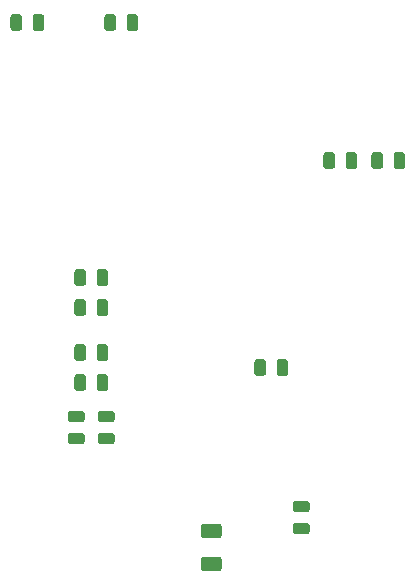
<source format=gbr>
G04 #@! TF.GenerationSoftware,KiCad,Pcbnew,5.1.5-52549c5~84~ubuntu19.10.1*
G04 #@! TF.CreationDate,2020-06-15T16:45:33+03:00*
G04 #@! TF.ProjectId,hymTracker_Panel,68796d54-7261-4636-9b65-725f50616e65,rev?*
G04 #@! TF.SameCoordinates,Original*
G04 #@! TF.FileFunction,Paste,Bot*
G04 #@! TF.FilePolarity,Positive*
%FSLAX46Y46*%
G04 Gerber Fmt 4.6, Leading zero omitted, Abs format (unit mm)*
G04 Created by KiCad (PCBNEW 5.1.5-52549c5~84~ubuntu19.10.1) date 2020-06-15 16:45:33*
%MOMM*%
%LPD*%
G04 APERTURE LIST*
%ADD10C,0.100000*%
G04 APERTURE END LIST*
D10*
G36*
X42857142Y-81966174D02*
G01*
X42880803Y-81969684D01*
X42904007Y-81975496D01*
X42926529Y-81983554D01*
X42948153Y-81993782D01*
X42968670Y-82006079D01*
X42987883Y-82020329D01*
X43005607Y-82036393D01*
X43021671Y-82054117D01*
X43035921Y-82073330D01*
X43048218Y-82093847D01*
X43058446Y-82115471D01*
X43066504Y-82137993D01*
X43072316Y-82161197D01*
X43075826Y-82184858D01*
X43077000Y-82208750D01*
X43077000Y-83121250D01*
X43075826Y-83145142D01*
X43072316Y-83168803D01*
X43066504Y-83192007D01*
X43058446Y-83214529D01*
X43048218Y-83236153D01*
X43035921Y-83256670D01*
X43021671Y-83275883D01*
X43005607Y-83293607D01*
X42987883Y-83309671D01*
X42968670Y-83323921D01*
X42948153Y-83336218D01*
X42926529Y-83346446D01*
X42904007Y-83354504D01*
X42880803Y-83360316D01*
X42857142Y-83363826D01*
X42833250Y-83365000D01*
X42345750Y-83365000D01*
X42321858Y-83363826D01*
X42298197Y-83360316D01*
X42274993Y-83354504D01*
X42252471Y-83346446D01*
X42230847Y-83336218D01*
X42210330Y-83323921D01*
X42191117Y-83309671D01*
X42173393Y-83293607D01*
X42157329Y-83275883D01*
X42143079Y-83256670D01*
X42130782Y-83236153D01*
X42120554Y-83214529D01*
X42112496Y-83192007D01*
X42106684Y-83168803D01*
X42103174Y-83145142D01*
X42102000Y-83121250D01*
X42102000Y-82208750D01*
X42103174Y-82184858D01*
X42106684Y-82161197D01*
X42112496Y-82137993D01*
X42120554Y-82115471D01*
X42130782Y-82093847D01*
X42143079Y-82073330D01*
X42157329Y-82054117D01*
X42173393Y-82036393D01*
X42191117Y-82020329D01*
X42210330Y-82006079D01*
X42230847Y-81993782D01*
X42252471Y-81983554D01*
X42274993Y-81975496D01*
X42298197Y-81969684D01*
X42321858Y-81966174D01*
X42345750Y-81965000D01*
X42833250Y-81965000D01*
X42857142Y-81966174D01*
G37*
G36*
X40982142Y-81966174D02*
G01*
X41005803Y-81969684D01*
X41029007Y-81975496D01*
X41051529Y-81983554D01*
X41073153Y-81993782D01*
X41093670Y-82006079D01*
X41112883Y-82020329D01*
X41130607Y-82036393D01*
X41146671Y-82054117D01*
X41160921Y-82073330D01*
X41173218Y-82093847D01*
X41183446Y-82115471D01*
X41191504Y-82137993D01*
X41197316Y-82161197D01*
X41200826Y-82184858D01*
X41202000Y-82208750D01*
X41202000Y-83121250D01*
X41200826Y-83145142D01*
X41197316Y-83168803D01*
X41191504Y-83192007D01*
X41183446Y-83214529D01*
X41173218Y-83236153D01*
X41160921Y-83256670D01*
X41146671Y-83275883D01*
X41130607Y-83293607D01*
X41112883Y-83309671D01*
X41093670Y-83323921D01*
X41073153Y-83336218D01*
X41051529Y-83346446D01*
X41029007Y-83354504D01*
X41005803Y-83360316D01*
X40982142Y-83363826D01*
X40958250Y-83365000D01*
X40470750Y-83365000D01*
X40446858Y-83363826D01*
X40423197Y-83360316D01*
X40399993Y-83354504D01*
X40377471Y-83346446D01*
X40355847Y-83336218D01*
X40335330Y-83323921D01*
X40316117Y-83309671D01*
X40298393Y-83293607D01*
X40282329Y-83275883D01*
X40268079Y-83256670D01*
X40255782Y-83236153D01*
X40245554Y-83214529D01*
X40237496Y-83192007D01*
X40231684Y-83168803D01*
X40228174Y-83145142D01*
X40227000Y-83121250D01*
X40227000Y-82208750D01*
X40228174Y-82184858D01*
X40231684Y-82161197D01*
X40237496Y-82137993D01*
X40245554Y-82115471D01*
X40255782Y-82093847D01*
X40268079Y-82073330D01*
X40282329Y-82054117D01*
X40298393Y-82036393D01*
X40316117Y-82020329D01*
X40335330Y-82006079D01*
X40355847Y-81993782D01*
X40377471Y-81983554D01*
X40399993Y-81975496D01*
X40423197Y-81969684D01*
X40446858Y-81966174D01*
X40470750Y-81965000D01*
X40958250Y-81965000D01*
X40982142Y-81966174D01*
G37*
G36*
X56222142Y-80696174D02*
G01*
X56245803Y-80699684D01*
X56269007Y-80705496D01*
X56291529Y-80713554D01*
X56313153Y-80723782D01*
X56333670Y-80736079D01*
X56352883Y-80750329D01*
X56370607Y-80766393D01*
X56386671Y-80784117D01*
X56400921Y-80803330D01*
X56413218Y-80823847D01*
X56423446Y-80845471D01*
X56431504Y-80867993D01*
X56437316Y-80891197D01*
X56440826Y-80914858D01*
X56442000Y-80938750D01*
X56442000Y-81851250D01*
X56440826Y-81875142D01*
X56437316Y-81898803D01*
X56431504Y-81922007D01*
X56423446Y-81944529D01*
X56413218Y-81966153D01*
X56400921Y-81986670D01*
X56386671Y-82005883D01*
X56370607Y-82023607D01*
X56352883Y-82039671D01*
X56333670Y-82053921D01*
X56313153Y-82066218D01*
X56291529Y-82076446D01*
X56269007Y-82084504D01*
X56245803Y-82090316D01*
X56222142Y-82093826D01*
X56198250Y-82095000D01*
X55710750Y-82095000D01*
X55686858Y-82093826D01*
X55663197Y-82090316D01*
X55639993Y-82084504D01*
X55617471Y-82076446D01*
X55595847Y-82066218D01*
X55575330Y-82053921D01*
X55556117Y-82039671D01*
X55538393Y-82023607D01*
X55522329Y-82005883D01*
X55508079Y-81986670D01*
X55495782Y-81966153D01*
X55485554Y-81944529D01*
X55477496Y-81922007D01*
X55471684Y-81898803D01*
X55468174Y-81875142D01*
X55467000Y-81851250D01*
X55467000Y-80938750D01*
X55468174Y-80914858D01*
X55471684Y-80891197D01*
X55477496Y-80867993D01*
X55485554Y-80845471D01*
X55495782Y-80823847D01*
X55508079Y-80803330D01*
X55522329Y-80784117D01*
X55538393Y-80766393D01*
X55556117Y-80750329D01*
X55575330Y-80736079D01*
X55595847Y-80723782D01*
X55617471Y-80713554D01*
X55639993Y-80705496D01*
X55663197Y-80699684D01*
X55686858Y-80696174D01*
X55710750Y-80695000D01*
X56198250Y-80695000D01*
X56222142Y-80696174D01*
G37*
G36*
X58097142Y-80696174D02*
G01*
X58120803Y-80699684D01*
X58144007Y-80705496D01*
X58166529Y-80713554D01*
X58188153Y-80723782D01*
X58208670Y-80736079D01*
X58227883Y-80750329D01*
X58245607Y-80766393D01*
X58261671Y-80784117D01*
X58275921Y-80803330D01*
X58288218Y-80823847D01*
X58298446Y-80845471D01*
X58306504Y-80867993D01*
X58312316Y-80891197D01*
X58315826Y-80914858D01*
X58317000Y-80938750D01*
X58317000Y-81851250D01*
X58315826Y-81875142D01*
X58312316Y-81898803D01*
X58306504Y-81922007D01*
X58298446Y-81944529D01*
X58288218Y-81966153D01*
X58275921Y-81986670D01*
X58261671Y-82005883D01*
X58245607Y-82023607D01*
X58227883Y-82039671D01*
X58208670Y-82053921D01*
X58188153Y-82066218D01*
X58166529Y-82076446D01*
X58144007Y-82084504D01*
X58120803Y-82090316D01*
X58097142Y-82093826D01*
X58073250Y-82095000D01*
X57585750Y-82095000D01*
X57561858Y-82093826D01*
X57538197Y-82090316D01*
X57514993Y-82084504D01*
X57492471Y-82076446D01*
X57470847Y-82066218D01*
X57450330Y-82053921D01*
X57431117Y-82039671D01*
X57413393Y-82023607D01*
X57397329Y-82005883D01*
X57383079Y-81986670D01*
X57370782Y-81966153D01*
X57360554Y-81944529D01*
X57352496Y-81922007D01*
X57346684Y-81898803D01*
X57343174Y-81875142D01*
X57342000Y-81851250D01*
X57342000Y-80938750D01*
X57343174Y-80914858D01*
X57346684Y-80891197D01*
X57352496Y-80867993D01*
X57360554Y-80845471D01*
X57370782Y-80823847D01*
X57383079Y-80803330D01*
X57397329Y-80784117D01*
X57413393Y-80766393D01*
X57431117Y-80750329D01*
X57450330Y-80736079D01*
X57470847Y-80723782D01*
X57492471Y-80713554D01*
X57514993Y-80705496D01*
X57538197Y-80699684D01*
X57561858Y-80696174D01*
X57585750Y-80695000D01*
X58073250Y-80695000D01*
X58097142Y-80696174D01*
G37*
G36*
X59912142Y-94546174D02*
G01*
X59935803Y-94549684D01*
X59959007Y-94555496D01*
X59981529Y-94563554D01*
X60003153Y-94573782D01*
X60023670Y-94586079D01*
X60042883Y-94600329D01*
X60060607Y-94616393D01*
X60076671Y-94634117D01*
X60090921Y-94653330D01*
X60103218Y-94673847D01*
X60113446Y-94695471D01*
X60121504Y-94717993D01*
X60127316Y-94741197D01*
X60130826Y-94764858D01*
X60132000Y-94788750D01*
X60132000Y-95276250D01*
X60130826Y-95300142D01*
X60127316Y-95323803D01*
X60121504Y-95347007D01*
X60113446Y-95369529D01*
X60103218Y-95391153D01*
X60090921Y-95411670D01*
X60076671Y-95430883D01*
X60060607Y-95448607D01*
X60042883Y-95464671D01*
X60023670Y-95478921D01*
X60003153Y-95491218D01*
X59981529Y-95501446D01*
X59959007Y-95509504D01*
X59935803Y-95515316D01*
X59912142Y-95518826D01*
X59888250Y-95520000D01*
X58975750Y-95520000D01*
X58951858Y-95518826D01*
X58928197Y-95515316D01*
X58904993Y-95509504D01*
X58882471Y-95501446D01*
X58860847Y-95491218D01*
X58840330Y-95478921D01*
X58821117Y-95464671D01*
X58803393Y-95448607D01*
X58787329Y-95430883D01*
X58773079Y-95411670D01*
X58760782Y-95391153D01*
X58750554Y-95369529D01*
X58742496Y-95347007D01*
X58736684Y-95323803D01*
X58733174Y-95300142D01*
X58732000Y-95276250D01*
X58732000Y-94788750D01*
X58733174Y-94764858D01*
X58736684Y-94741197D01*
X58742496Y-94717993D01*
X58750554Y-94695471D01*
X58760782Y-94673847D01*
X58773079Y-94653330D01*
X58787329Y-94634117D01*
X58803393Y-94616393D01*
X58821117Y-94600329D01*
X58840330Y-94586079D01*
X58860847Y-94573782D01*
X58882471Y-94563554D01*
X58904993Y-94555496D01*
X58928197Y-94549684D01*
X58951858Y-94546174D01*
X58975750Y-94545000D01*
X59888250Y-94545000D01*
X59912142Y-94546174D01*
G37*
G36*
X59912142Y-92671174D02*
G01*
X59935803Y-92674684D01*
X59959007Y-92680496D01*
X59981529Y-92688554D01*
X60003153Y-92698782D01*
X60023670Y-92711079D01*
X60042883Y-92725329D01*
X60060607Y-92741393D01*
X60076671Y-92759117D01*
X60090921Y-92778330D01*
X60103218Y-92798847D01*
X60113446Y-92820471D01*
X60121504Y-92842993D01*
X60127316Y-92866197D01*
X60130826Y-92889858D01*
X60132000Y-92913750D01*
X60132000Y-93401250D01*
X60130826Y-93425142D01*
X60127316Y-93448803D01*
X60121504Y-93472007D01*
X60113446Y-93494529D01*
X60103218Y-93516153D01*
X60090921Y-93536670D01*
X60076671Y-93555883D01*
X60060607Y-93573607D01*
X60042883Y-93589671D01*
X60023670Y-93603921D01*
X60003153Y-93616218D01*
X59981529Y-93626446D01*
X59959007Y-93634504D01*
X59935803Y-93640316D01*
X59912142Y-93643826D01*
X59888250Y-93645000D01*
X58975750Y-93645000D01*
X58951858Y-93643826D01*
X58928197Y-93640316D01*
X58904993Y-93634504D01*
X58882471Y-93626446D01*
X58860847Y-93616218D01*
X58840330Y-93603921D01*
X58821117Y-93589671D01*
X58803393Y-93573607D01*
X58787329Y-93555883D01*
X58773079Y-93536670D01*
X58760782Y-93516153D01*
X58750554Y-93494529D01*
X58742496Y-93472007D01*
X58736684Y-93448803D01*
X58733174Y-93425142D01*
X58732000Y-93401250D01*
X58732000Y-92913750D01*
X58733174Y-92889858D01*
X58736684Y-92866197D01*
X58742496Y-92842993D01*
X58750554Y-92820471D01*
X58760782Y-92798847D01*
X58773079Y-92778330D01*
X58787329Y-92759117D01*
X58803393Y-92741393D01*
X58821117Y-92725329D01*
X58840330Y-92711079D01*
X58860847Y-92698782D01*
X58882471Y-92688554D01*
X58904993Y-92680496D01*
X58928197Y-92674684D01*
X58951858Y-92671174D01*
X58975750Y-92670000D01*
X59888250Y-92670000D01*
X59912142Y-92671174D01*
G37*
G36*
X43402142Y-86926174D02*
G01*
X43425803Y-86929684D01*
X43449007Y-86935496D01*
X43471529Y-86943554D01*
X43493153Y-86953782D01*
X43513670Y-86966079D01*
X43532883Y-86980329D01*
X43550607Y-86996393D01*
X43566671Y-87014117D01*
X43580921Y-87033330D01*
X43593218Y-87053847D01*
X43603446Y-87075471D01*
X43611504Y-87097993D01*
X43617316Y-87121197D01*
X43620826Y-87144858D01*
X43622000Y-87168750D01*
X43622000Y-87656250D01*
X43620826Y-87680142D01*
X43617316Y-87703803D01*
X43611504Y-87727007D01*
X43603446Y-87749529D01*
X43593218Y-87771153D01*
X43580921Y-87791670D01*
X43566671Y-87810883D01*
X43550607Y-87828607D01*
X43532883Y-87844671D01*
X43513670Y-87858921D01*
X43493153Y-87871218D01*
X43471529Y-87881446D01*
X43449007Y-87889504D01*
X43425803Y-87895316D01*
X43402142Y-87898826D01*
X43378250Y-87900000D01*
X42465750Y-87900000D01*
X42441858Y-87898826D01*
X42418197Y-87895316D01*
X42394993Y-87889504D01*
X42372471Y-87881446D01*
X42350847Y-87871218D01*
X42330330Y-87858921D01*
X42311117Y-87844671D01*
X42293393Y-87828607D01*
X42277329Y-87810883D01*
X42263079Y-87791670D01*
X42250782Y-87771153D01*
X42240554Y-87749529D01*
X42232496Y-87727007D01*
X42226684Y-87703803D01*
X42223174Y-87680142D01*
X42222000Y-87656250D01*
X42222000Y-87168750D01*
X42223174Y-87144858D01*
X42226684Y-87121197D01*
X42232496Y-87097993D01*
X42240554Y-87075471D01*
X42250782Y-87053847D01*
X42263079Y-87033330D01*
X42277329Y-87014117D01*
X42293393Y-86996393D01*
X42311117Y-86980329D01*
X42330330Y-86966079D01*
X42350847Y-86953782D01*
X42372471Y-86943554D01*
X42394993Y-86935496D01*
X42418197Y-86929684D01*
X42441858Y-86926174D01*
X42465750Y-86925000D01*
X43378250Y-86925000D01*
X43402142Y-86926174D01*
G37*
G36*
X43402142Y-85051174D02*
G01*
X43425803Y-85054684D01*
X43449007Y-85060496D01*
X43471529Y-85068554D01*
X43493153Y-85078782D01*
X43513670Y-85091079D01*
X43532883Y-85105329D01*
X43550607Y-85121393D01*
X43566671Y-85139117D01*
X43580921Y-85158330D01*
X43593218Y-85178847D01*
X43603446Y-85200471D01*
X43611504Y-85222993D01*
X43617316Y-85246197D01*
X43620826Y-85269858D01*
X43622000Y-85293750D01*
X43622000Y-85781250D01*
X43620826Y-85805142D01*
X43617316Y-85828803D01*
X43611504Y-85852007D01*
X43603446Y-85874529D01*
X43593218Y-85896153D01*
X43580921Y-85916670D01*
X43566671Y-85935883D01*
X43550607Y-85953607D01*
X43532883Y-85969671D01*
X43513670Y-85983921D01*
X43493153Y-85996218D01*
X43471529Y-86006446D01*
X43449007Y-86014504D01*
X43425803Y-86020316D01*
X43402142Y-86023826D01*
X43378250Y-86025000D01*
X42465750Y-86025000D01*
X42441858Y-86023826D01*
X42418197Y-86020316D01*
X42394993Y-86014504D01*
X42372471Y-86006446D01*
X42350847Y-85996218D01*
X42330330Y-85983921D01*
X42311117Y-85969671D01*
X42293393Y-85953607D01*
X42277329Y-85935883D01*
X42263079Y-85916670D01*
X42250782Y-85896153D01*
X42240554Y-85874529D01*
X42232496Y-85852007D01*
X42226684Y-85828803D01*
X42223174Y-85805142D01*
X42222000Y-85781250D01*
X42222000Y-85293750D01*
X42223174Y-85269858D01*
X42226684Y-85246197D01*
X42232496Y-85222993D01*
X42240554Y-85200471D01*
X42250782Y-85178847D01*
X42263079Y-85158330D01*
X42277329Y-85139117D01*
X42293393Y-85121393D01*
X42311117Y-85105329D01*
X42330330Y-85091079D01*
X42350847Y-85078782D01*
X42372471Y-85068554D01*
X42394993Y-85060496D01*
X42418197Y-85054684D01*
X42441858Y-85051174D01*
X42465750Y-85050000D01*
X43378250Y-85050000D01*
X43402142Y-85051174D01*
G37*
G36*
X66128142Y-63170174D02*
G01*
X66151803Y-63173684D01*
X66175007Y-63179496D01*
X66197529Y-63187554D01*
X66219153Y-63197782D01*
X66239670Y-63210079D01*
X66258883Y-63224329D01*
X66276607Y-63240393D01*
X66292671Y-63258117D01*
X66306921Y-63277330D01*
X66319218Y-63297847D01*
X66329446Y-63319471D01*
X66337504Y-63341993D01*
X66343316Y-63365197D01*
X66346826Y-63388858D01*
X66348000Y-63412750D01*
X66348000Y-64325250D01*
X66346826Y-64349142D01*
X66343316Y-64372803D01*
X66337504Y-64396007D01*
X66329446Y-64418529D01*
X66319218Y-64440153D01*
X66306921Y-64460670D01*
X66292671Y-64479883D01*
X66276607Y-64497607D01*
X66258883Y-64513671D01*
X66239670Y-64527921D01*
X66219153Y-64540218D01*
X66197529Y-64550446D01*
X66175007Y-64558504D01*
X66151803Y-64564316D01*
X66128142Y-64567826D01*
X66104250Y-64569000D01*
X65616750Y-64569000D01*
X65592858Y-64567826D01*
X65569197Y-64564316D01*
X65545993Y-64558504D01*
X65523471Y-64550446D01*
X65501847Y-64540218D01*
X65481330Y-64527921D01*
X65462117Y-64513671D01*
X65444393Y-64497607D01*
X65428329Y-64479883D01*
X65414079Y-64460670D01*
X65401782Y-64440153D01*
X65391554Y-64418529D01*
X65383496Y-64396007D01*
X65377684Y-64372803D01*
X65374174Y-64349142D01*
X65373000Y-64325250D01*
X65373000Y-63412750D01*
X65374174Y-63388858D01*
X65377684Y-63365197D01*
X65383496Y-63341993D01*
X65391554Y-63319471D01*
X65401782Y-63297847D01*
X65414079Y-63277330D01*
X65428329Y-63258117D01*
X65444393Y-63240393D01*
X65462117Y-63224329D01*
X65481330Y-63210079D01*
X65501847Y-63197782D01*
X65523471Y-63187554D01*
X65545993Y-63179496D01*
X65569197Y-63173684D01*
X65592858Y-63170174D01*
X65616750Y-63169000D01*
X66104250Y-63169000D01*
X66128142Y-63170174D01*
G37*
G36*
X68003142Y-63170174D02*
G01*
X68026803Y-63173684D01*
X68050007Y-63179496D01*
X68072529Y-63187554D01*
X68094153Y-63197782D01*
X68114670Y-63210079D01*
X68133883Y-63224329D01*
X68151607Y-63240393D01*
X68167671Y-63258117D01*
X68181921Y-63277330D01*
X68194218Y-63297847D01*
X68204446Y-63319471D01*
X68212504Y-63341993D01*
X68218316Y-63365197D01*
X68221826Y-63388858D01*
X68223000Y-63412750D01*
X68223000Y-64325250D01*
X68221826Y-64349142D01*
X68218316Y-64372803D01*
X68212504Y-64396007D01*
X68204446Y-64418529D01*
X68194218Y-64440153D01*
X68181921Y-64460670D01*
X68167671Y-64479883D01*
X68151607Y-64497607D01*
X68133883Y-64513671D01*
X68114670Y-64527921D01*
X68094153Y-64540218D01*
X68072529Y-64550446D01*
X68050007Y-64558504D01*
X68026803Y-64564316D01*
X68003142Y-64567826D01*
X67979250Y-64569000D01*
X67491750Y-64569000D01*
X67467858Y-64567826D01*
X67444197Y-64564316D01*
X67420993Y-64558504D01*
X67398471Y-64550446D01*
X67376847Y-64540218D01*
X67356330Y-64527921D01*
X67337117Y-64513671D01*
X67319393Y-64497607D01*
X67303329Y-64479883D01*
X67289079Y-64460670D01*
X67276782Y-64440153D01*
X67266554Y-64418529D01*
X67258496Y-64396007D01*
X67252684Y-64372803D01*
X67249174Y-64349142D01*
X67248000Y-64325250D01*
X67248000Y-63412750D01*
X67249174Y-63388858D01*
X67252684Y-63365197D01*
X67258496Y-63341993D01*
X67266554Y-63319471D01*
X67276782Y-63297847D01*
X67289079Y-63277330D01*
X67303329Y-63258117D01*
X67319393Y-63240393D01*
X67337117Y-63224329D01*
X67356330Y-63210079D01*
X67376847Y-63197782D01*
X67398471Y-63187554D01*
X67420993Y-63179496D01*
X67444197Y-63173684D01*
X67467858Y-63170174D01*
X67491750Y-63169000D01*
X67979250Y-63169000D01*
X68003142Y-63170174D01*
G37*
G36*
X42857142Y-75616174D02*
G01*
X42880803Y-75619684D01*
X42904007Y-75625496D01*
X42926529Y-75633554D01*
X42948153Y-75643782D01*
X42968670Y-75656079D01*
X42987883Y-75670329D01*
X43005607Y-75686393D01*
X43021671Y-75704117D01*
X43035921Y-75723330D01*
X43048218Y-75743847D01*
X43058446Y-75765471D01*
X43066504Y-75787993D01*
X43072316Y-75811197D01*
X43075826Y-75834858D01*
X43077000Y-75858750D01*
X43077000Y-76771250D01*
X43075826Y-76795142D01*
X43072316Y-76818803D01*
X43066504Y-76842007D01*
X43058446Y-76864529D01*
X43048218Y-76886153D01*
X43035921Y-76906670D01*
X43021671Y-76925883D01*
X43005607Y-76943607D01*
X42987883Y-76959671D01*
X42968670Y-76973921D01*
X42948153Y-76986218D01*
X42926529Y-76996446D01*
X42904007Y-77004504D01*
X42880803Y-77010316D01*
X42857142Y-77013826D01*
X42833250Y-77015000D01*
X42345750Y-77015000D01*
X42321858Y-77013826D01*
X42298197Y-77010316D01*
X42274993Y-77004504D01*
X42252471Y-76996446D01*
X42230847Y-76986218D01*
X42210330Y-76973921D01*
X42191117Y-76959671D01*
X42173393Y-76943607D01*
X42157329Y-76925883D01*
X42143079Y-76906670D01*
X42130782Y-76886153D01*
X42120554Y-76864529D01*
X42112496Y-76842007D01*
X42106684Y-76818803D01*
X42103174Y-76795142D01*
X42102000Y-76771250D01*
X42102000Y-75858750D01*
X42103174Y-75834858D01*
X42106684Y-75811197D01*
X42112496Y-75787993D01*
X42120554Y-75765471D01*
X42130782Y-75743847D01*
X42143079Y-75723330D01*
X42157329Y-75704117D01*
X42173393Y-75686393D01*
X42191117Y-75670329D01*
X42210330Y-75656079D01*
X42230847Y-75643782D01*
X42252471Y-75633554D01*
X42274993Y-75625496D01*
X42298197Y-75619684D01*
X42321858Y-75616174D01*
X42345750Y-75615000D01*
X42833250Y-75615000D01*
X42857142Y-75616174D01*
G37*
G36*
X40982142Y-75616174D02*
G01*
X41005803Y-75619684D01*
X41029007Y-75625496D01*
X41051529Y-75633554D01*
X41073153Y-75643782D01*
X41093670Y-75656079D01*
X41112883Y-75670329D01*
X41130607Y-75686393D01*
X41146671Y-75704117D01*
X41160921Y-75723330D01*
X41173218Y-75743847D01*
X41183446Y-75765471D01*
X41191504Y-75787993D01*
X41197316Y-75811197D01*
X41200826Y-75834858D01*
X41202000Y-75858750D01*
X41202000Y-76771250D01*
X41200826Y-76795142D01*
X41197316Y-76818803D01*
X41191504Y-76842007D01*
X41183446Y-76864529D01*
X41173218Y-76886153D01*
X41160921Y-76906670D01*
X41146671Y-76925883D01*
X41130607Y-76943607D01*
X41112883Y-76959671D01*
X41093670Y-76973921D01*
X41073153Y-76986218D01*
X41051529Y-76996446D01*
X41029007Y-77004504D01*
X41005803Y-77010316D01*
X40982142Y-77013826D01*
X40958250Y-77015000D01*
X40470750Y-77015000D01*
X40446858Y-77013826D01*
X40423197Y-77010316D01*
X40399993Y-77004504D01*
X40377471Y-76996446D01*
X40355847Y-76986218D01*
X40335330Y-76973921D01*
X40316117Y-76959671D01*
X40298393Y-76943607D01*
X40282329Y-76925883D01*
X40268079Y-76906670D01*
X40255782Y-76886153D01*
X40245554Y-76864529D01*
X40237496Y-76842007D01*
X40231684Y-76818803D01*
X40228174Y-76795142D01*
X40227000Y-76771250D01*
X40227000Y-75858750D01*
X40228174Y-75834858D01*
X40231684Y-75811197D01*
X40237496Y-75787993D01*
X40245554Y-75765471D01*
X40255782Y-75743847D01*
X40268079Y-75723330D01*
X40282329Y-75704117D01*
X40298393Y-75686393D01*
X40316117Y-75670329D01*
X40335330Y-75656079D01*
X40355847Y-75643782D01*
X40377471Y-75633554D01*
X40399993Y-75625496D01*
X40423197Y-75619684D01*
X40446858Y-75616174D01*
X40470750Y-75615000D01*
X40958250Y-75615000D01*
X40982142Y-75616174D01*
G37*
G36*
X45397142Y-51486174D02*
G01*
X45420803Y-51489684D01*
X45444007Y-51495496D01*
X45466529Y-51503554D01*
X45488153Y-51513782D01*
X45508670Y-51526079D01*
X45527883Y-51540329D01*
X45545607Y-51556393D01*
X45561671Y-51574117D01*
X45575921Y-51593330D01*
X45588218Y-51613847D01*
X45598446Y-51635471D01*
X45606504Y-51657993D01*
X45612316Y-51681197D01*
X45615826Y-51704858D01*
X45617000Y-51728750D01*
X45617000Y-52641250D01*
X45615826Y-52665142D01*
X45612316Y-52688803D01*
X45606504Y-52712007D01*
X45598446Y-52734529D01*
X45588218Y-52756153D01*
X45575921Y-52776670D01*
X45561671Y-52795883D01*
X45545607Y-52813607D01*
X45527883Y-52829671D01*
X45508670Y-52843921D01*
X45488153Y-52856218D01*
X45466529Y-52866446D01*
X45444007Y-52874504D01*
X45420803Y-52880316D01*
X45397142Y-52883826D01*
X45373250Y-52885000D01*
X44885750Y-52885000D01*
X44861858Y-52883826D01*
X44838197Y-52880316D01*
X44814993Y-52874504D01*
X44792471Y-52866446D01*
X44770847Y-52856218D01*
X44750330Y-52843921D01*
X44731117Y-52829671D01*
X44713393Y-52813607D01*
X44697329Y-52795883D01*
X44683079Y-52776670D01*
X44670782Y-52756153D01*
X44660554Y-52734529D01*
X44652496Y-52712007D01*
X44646684Y-52688803D01*
X44643174Y-52665142D01*
X44642000Y-52641250D01*
X44642000Y-51728750D01*
X44643174Y-51704858D01*
X44646684Y-51681197D01*
X44652496Y-51657993D01*
X44660554Y-51635471D01*
X44670782Y-51613847D01*
X44683079Y-51593330D01*
X44697329Y-51574117D01*
X44713393Y-51556393D01*
X44731117Y-51540329D01*
X44750330Y-51526079D01*
X44770847Y-51513782D01*
X44792471Y-51503554D01*
X44814993Y-51495496D01*
X44838197Y-51489684D01*
X44861858Y-51486174D01*
X44885750Y-51485000D01*
X45373250Y-51485000D01*
X45397142Y-51486174D01*
G37*
G36*
X43522142Y-51486174D02*
G01*
X43545803Y-51489684D01*
X43569007Y-51495496D01*
X43591529Y-51503554D01*
X43613153Y-51513782D01*
X43633670Y-51526079D01*
X43652883Y-51540329D01*
X43670607Y-51556393D01*
X43686671Y-51574117D01*
X43700921Y-51593330D01*
X43713218Y-51613847D01*
X43723446Y-51635471D01*
X43731504Y-51657993D01*
X43737316Y-51681197D01*
X43740826Y-51704858D01*
X43742000Y-51728750D01*
X43742000Y-52641250D01*
X43740826Y-52665142D01*
X43737316Y-52688803D01*
X43731504Y-52712007D01*
X43723446Y-52734529D01*
X43713218Y-52756153D01*
X43700921Y-52776670D01*
X43686671Y-52795883D01*
X43670607Y-52813607D01*
X43652883Y-52829671D01*
X43633670Y-52843921D01*
X43613153Y-52856218D01*
X43591529Y-52866446D01*
X43569007Y-52874504D01*
X43545803Y-52880316D01*
X43522142Y-52883826D01*
X43498250Y-52885000D01*
X43010750Y-52885000D01*
X42986858Y-52883826D01*
X42963197Y-52880316D01*
X42939993Y-52874504D01*
X42917471Y-52866446D01*
X42895847Y-52856218D01*
X42875330Y-52843921D01*
X42856117Y-52829671D01*
X42838393Y-52813607D01*
X42822329Y-52795883D01*
X42808079Y-52776670D01*
X42795782Y-52756153D01*
X42785554Y-52734529D01*
X42777496Y-52712007D01*
X42771684Y-52688803D01*
X42768174Y-52665142D01*
X42767000Y-52641250D01*
X42767000Y-51728750D01*
X42768174Y-51704858D01*
X42771684Y-51681197D01*
X42777496Y-51657993D01*
X42785554Y-51635471D01*
X42795782Y-51613847D01*
X42808079Y-51593330D01*
X42822329Y-51574117D01*
X42838393Y-51556393D01*
X42856117Y-51540329D01*
X42875330Y-51526079D01*
X42895847Y-51513782D01*
X42917471Y-51503554D01*
X42939993Y-51495496D01*
X42963197Y-51489684D01*
X42986858Y-51486174D01*
X43010750Y-51485000D01*
X43498250Y-51485000D01*
X43522142Y-51486174D01*
G37*
G36*
X42857142Y-73076174D02*
G01*
X42880803Y-73079684D01*
X42904007Y-73085496D01*
X42926529Y-73093554D01*
X42948153Y-73103782D01*
X42968670Y-73116079D01*
X42987883Y-73130329D01*
X43005607Y-73146393D01*
X43021671Y-73164117D01*
X43035921Y-73183330D01*
X43048218Y-73203847D01*
X43058446Y-73225471D01*
X43066504Y-73247993D01*
X43072316Y-73271197D01*
X43075826Y-73294858D01*
X43077000Y-73318750D01*
X43077000Y-74231250D01*
X43075826Y-74255142D01*
X43072316Y-74278803D01*
X43066504Y-74302007D01*
X43058446Y-74324529D01*
X43048218Y-74346153D01*
X43035921Y-74366670D01*
X43021671Y-74385883D01*
X43005607Y-74403607D01*
X42987883Y-74419671D01*
X42968670Y-74433921D01*
X42948153Y-74446218D01*
X42926529Y-74456446D01*
X42904007Y-74464504D01*
X42880803Y-74470316D01*
X42857142Y-74473826D01*
X42833250Y-74475000D01*
X42345750Y-74475000D01*
X42321858Y-74473826D01*
X42298197Y-74470316D01*
X42274993Y-74464504D01*
X42252471Y-74456446D01*
X42230847Y-74446218D01*
X42210330Y-74433921D01*
X42191117Y-74419671D01*
X42173393Y-74403607D01*
X42157329Y-74385883D01*
X42143079Y-74366670D01*
X42130782Y-74346153D01*
X42120554Y-74324529D01*
X42112496Y-74302007D01*
X42106684Y-74278803D01*
X42103174Y-74255142D01*
X42102000Y-74231250D01*
X42102000Y-73318750D01*
X42103174Y-73294858D01*
X42106684Y-73271197D01*
X42112496Y-73247993D01*
X42120554Y-73225471D01*
X42130782Y-73203847D01*
X42143079Y-73183330D01*
X42157329Y-73164117D01*
X42173393Y-73146393D01*
X42191117Y-73130329D01*
X42210330Y-73116079D01*
X42230847Y-73103782D01*
X42252471Y-73093554D01*
X42274993Y-73085496D01*
X42298197Y-73079684D01*
X42321858Y-73076174D01*
X42345750Y-73075000D01*
X42833250Y-73075000D01*
X42857142Y-73076174D01*
G37*
G36*
X40982142Y-73076174D02*
G01*
X41005803Y-73079684D01*
X41029007Y-73085496D01*
X41051529Y-73093554D01*
X41073153Y-73103782D01*
X41093670Y-73116079D01*
X41112883Y-73130329D01*
X41130607Y-73146393D01*
X41146671Y-73164117D01*
X41160921Y-73183330D01*
X41173218Y-73203847D01*
X41183446Y-73225471D01*
X41191504Y-73247993D01*
X41197316Y-73271197D01*
X41200826Y-73294858D01*
X41202000Y-73318750D01*
X41202000Y-74231250D01*
X41200826Y-74255142D01*
X41197316Y-74278803D01*
X41191504Y-74302007D01*
X41183446Y-74324529D01*
X41173218Y-74346153D01*
X41160921Y-74366670D01*
X41146671Y-74385883D01*
X41130607Y-74403607D01*
X41112883Y-74419671D01*
X41093670Y-74433921D01*
X41073153Y-74446218D01*
X41051529Y-74456446D01*
X41029007Y-74464504D01*
X41005803Y-74470316D01*
X40982142Y-74473826D01*
X40958250Y-74475000D01*
X40470750Y-74475000D01*
X40446858Y-74473826D01*
X40423197Y-74470316D01*
X40399993Y-74464504D01*
X40377471Y-74456446D01*
X40355847Y-74446218D01*
X40335330Y-74433921D01*
X40316117Y-74419671D01*
X40298393Y-74403607D01*
X40282329Y-74385883D01*
X40268079Y-74366670D01*
X40255782Y-74346153D01*
X40245554Y-74324529D01*
X40237496Y-74302007D01*
X40231684Y-74278803D01*
X40228174Y-74255142D01*
X40227000Y-74231250D01*
X40227000Y-73318750D01*
X40228174Y-73294858D01*
X40231684Y-73271197D01*
X40237496Y-73247993D01*
X40245554Y-73225471D01*
X40255782Y-73203847D01*
X40268079Y-73183330D01*
X40282329Y-73164117D01*
X40298393Y-73146393D01*
X40316117Y-73130329D01*
X40335330Y-73116079D01*
X40355847Y-73103782D01*
X40377471Y-73093554D01*
X40399993Y-73085496D01*
X40423197Y-73079684D01*
X40446858Y-73076174D01*
X40470750Y-73075000D01*
X40958250Y-73075000D01*
X40982142Y-73076174D01*
G37*
G36*
X35569642Y-51486174D02*
G01*
X35593303Y-51489684D01*
X35616507Y-51495496D01*
X35639029Y-51503554D01*
X35660653Y-51513782D01*
X35681170Y-51526079D01*
X35700383Y-51540329D01*
X35718107Y-51556393D01*
X35734171Y-51574117D01*
X35748421Y-51593330D01*
X35760718Y-51613847D01*
X35770946Y-51635471D01*
X35779004Y-51657993D01*
X35784816Y-51681197D01*
X35788326Y-51704858D01*
X35789500Y-51728750D01*
X35789500Y-52641250D01*
X35788326Y-52665142D01*
X35784816Y-52688803D01*
X35779004Y-52712007D01*
X35770946Y-52734529D01*
X35760718Y-52756153D01*
X35748421Y-52776670D01*
X35734171Y-52795883D01*
X35718107Y-52813607D01*
X35700383Y-52829671D01*
X35681170Y-52843921D01*
X35660653Y-52856218D01*
X35639029Y-52866446D01*
X35616507Y-52874504D01*
X35593303Y-52880316D01*
X35569642Y-52883826D01*
X35545750Y-52885000D01*
X35058250Y-52885000D01*
X35034358Y-52883826D01*
X35010697Y-52880316D01*
X34987493Y-52874504D01*
X34964971Y-52866446D01*
X34943347Y-52856218D01*
X34922830Y-52843921D01*
X34903617Y-52829671D01*
X34885893Y-52813607D01*
X34869829Y-52795883D01*
X34855579Y-52776670D01*
X34843282Y-52756153D01*
X34833054Y-52734529D01*
X34824996Y-52712007D01*
X34819184Y-52688803D01*
X34815674Y-52665142D01*
X34814500Y-52641250D01*
X34814500Y-51728750D01*
X34815674Y-51704858D01*
X34819184Y-51681197D01*
X34824996Y-51657993D01*
X34833054Y-51635471D01*
X34843282Y-51613847D01*
X34855579Y-51593330D01*
X34869829Y-51574117D01*
X34885893Y-51556393D01*
X34903617Y-51540329D01*
X34922830Y-51526079D01*
X34943347Y-51513782D01*
X34964971Y-51503554D01*
X34987493Y-51495496D01*
X35010697Y-51489684D01*
X35034358Y-51486174D01*
X35058250Y-51485000D01*
X35545750Y-51485000D01*
X35569642Y-51486174D01*
G37*
G36*
X37444642Y-51486174D02*
G01*
X37468303Y-51489684D01*
X37491507Y-51495496D01*
X37514029Y-51503554D01*
X37535653Y-51513782D01*
X37556170Y-51526079D01*
X37575383Y-51540329D01*
X37593107Y-51556393D01*
X37609171Y-51574117D01*
X37623421Y-51593330D01*
X37635718Y-51613847D01*
X37645946Y-51635471D01*
X37654004Y-51657993D01*
X37659816Y-51681197D01*
X37663326Y-51704858D01*
X37664500Y-51728750D01*
X37664500Y-52641250D01*
X37663326Y-52665142D01*
X37659816Y-52688803D01*
X37654004Y-52712007D01*
X37645946Y-52734529D01*
X37635718Y-52756153D01*
X37623421Y-52776670D01*
X37609171Y-52795883D01*
X37593107Y-52813607D01*
X37575383Y-52829671D01*
X37556170Y-52843921D01*
X37535653Y-52856218D01*
X37514029Y-52866446D01*
X37491507Y-52874504D01*
X37468303Y-52880316D01*
X37444642Y-52883826D01*
X37420750Y-52885000D01*
X36933250Y-52885000D01*
X36909358Y-52883826D01*
X36885697Y-52880316D01*
X36862493Y-52874504D01*
X36839971Y-52866446D01*
X36818347Y-52856218D01*
X36797830Y-52843921D01*
X36778617Y-52829671D01*
X36760893Y-52813607D01*
X36744829Y-52795883D01*
X36730579Y-52776670D01*
X36718282Y-52756153D01*
X36708054Y-52734529D01*
X36699996Y-52712007D01*
X36694184Y-52688803D01*
X36690674Y-52665142D01*
X36689500Y-52641250D01*
X36689500Y-51728750D01*
X36690674Y-51704858D01*
X36694184Y-51681197D01*
X36699996Y-51657993D01*
X36708054Y-51635471D01*
X36718282Y-51613847D01*
X36730579Y-51593330D01*
X36744829Y-51574117D01*
X36760893Y-51556393D01*
X36778617Y-51540329D01*
X36797830Y-51526079D01*
X36818347Y-51513782D01*
X36839971Y-51503554D01*
X36862493Y-51495496D01*
X36885697Y-51489684D01*
X36909358Y-51486174D01*
X36933250Y-51485000D01*
X37420750Y-51485000D01*
X37444642Y-51486174D01*
G37*
G36*
X62064142Y-63170174D02*
G01*
X62087803Y-63173684D01*
X62111007Y-63179496D01*
X62133529Y-63187554D01*
X62155153Y-63197782D01*
X62175670Y-63210079D01*
X62194883Y-63224329D01*
X62212607Y-63240393D01*
X62228671Y-63258117D01*
X62242921Y-63277330D01*
X62255218Y-63297847D01*
X62265446Y-63319471D01*
X62273504Y-63341993D01*
X62279316Y-63365197D01*
X62282826Y-63388858D01*
X62284000Y-63412750D01*
X62284000Y-64325250D01*
X62282826Y-64349142D01*
X62279316Y-64372803D01*
X62273504Y-64396007D01*
X62265446Y-64418529D01*
X62255218Y-64440153D01*
X62242921Y-64460670D01*
X62228671Y-64479883D01*
X62212607Y-64497607D01*
X62194883Y-64513671D01*
X62175670Y-64527921D01*
X62155153Y-64540218D01*
X62133529Y-64550446D01*
X62111007Y-64558504D01*
X62087803Y-64564316D01*
X62064142Y-64567826D01*
X62040250Y-64569000D01*
X61552750Y-64569000D01*
X61528858Y-64567826D01*
X61505197Y-64564316D01*
X61481993Y-64558504D01*
X61459471Y-64550446D01*
X61437847Y-64540218D01*
X61417330Y-64527921D01*
X61398117Y-64513671D01*
X61380393Y-64497607D01*
X61364329Y-64479883D01*
X61350079Y-64460670D01*
X61337782Y-64440153D01*
X61327554Y-64418529D01*
X61319496Y-64396007D01*
X61313684Y-64372803D01*
X61310174Y-64349142D01*
X61309000Y-64325250D01*
X61309000Y-63412750D01*
X61310174Y-63388858D01*
X61313684Y-63365197D01*
X61319496Y-63341993D01*
X61327554Y-63319471D01*
X61337782Y-63297847D01*
X61350079Y-63277330D01*
X61364329Y-63258117D01*
X61380393Y-63240393D01*
X61398117Y-63224329D01*
X61417330Y-63210079D01*
X61437847Y-63197782D01*
X61459471Y-63187554D01*
X61481993Y-63179496D01*
X61505197Y-63173684D01*
X61528858Y-63170174D01*
X61552750Y-63169000D01*
X62040250Y-63169000D01*
X62064142Y-63170174D01*
G37*
G36*
X63939142Y-63170174D02*
G01*
X63962803Y-63173684D01*
X63986007Y-63179496D01*
X64008529Y-63187554D01*
X64030153Y-63197782D01*
X64050670Y-63210079D01*
X64069883Y-63224329D01*
X64087607Y-63240393D01*
X64103671Y-63258117D01*
X64117921Y-63277330D01*
X64130218Y-63297847D01*
X64140446Y-63319471D01*
X64148504Y-63341993D01*
X64154316Y-63365197D01*
X64157826Y-63388858D01*
X64159000Y-63412750D01*
X64159000Y-64325250D01*
X64157826Y-64349142D01*
X64154316Y-64372803D01*
X64148504Y-64396007D01*
X64140446Y-64418529D01*
X64130218Y-64440153D01*
X64117921Y-64460670D01*
X64103671Y-64479883D01*
X64087607Y-64497607D01*
X64069883Y-64513671D01*
X64050670Y-64527921D01*
X64030153Y-64540218D01*
X64008529Y-64550446D01*
X63986007Y-64558504D01*
X63962803Y-64564316D01*
X63939142Y-64567826D01*
X63915250Y-64569000D01*
X63427750Y-64569000D01*
X63403858Y-64567826D01*
X63380197Y-64564316D01*
X63356993Y-64558504D01*
X63334471Y-64550446D01*
X63312847Y-64540218D01*
X63292330Y-64527921D01*
X63273117Y-64513671D01*
X63255393Y-64497607D01*
X63239329Y-64479883D01*
X63225079Y-64460670D01*
X63212782Y-64440153D01*
X63202554Y-64418529D01*
X63194496Y-64396007D01*
X63188684Y-64372803D01*
X63185174Y-64349142D01*
X63184000Y-64325250D01*
X63184000Y-63412750D01*
X63185174Y-63388858D01*
X63188684Y-63365197D01*
X63194496Y-63341993D01*
X63202554Y-63319471D01*
X63212782Y-63297847D01*
X63225079Y-63277330D01*
X63239329Y-63258117D01*
X63255393Y-63240393D01*
X63273117Y-63224329D01*
X63292330Y-63210079D01*
X63312847Y-63197782D01*
X63334471Y-63187554D01*
X63356993Y-63179496D01*
X63380197Y-63173684D01*
X63403858Y-63170174D01*
X63427750Y-63169000D01*
X63915250Y-63169000D01*
X63939142Y-63170174D01*
G37*
G36*
X40862142Y-85051174D02*
G01*
X40885803Y-85054684D01*
X40909007Y-85060496D01*
X40931529Y-85068554D01*
X40953153Y-85078782D01*
X40973670Y-85091079D01*
X40992883Y-85105329D01*
X41010607Y-85121393D01*
X41026671Y-85139117D01*
X41040921Y-85158330D01*
X41053218Y-85178847D01*
X41063446Y-85200471D01*
X41071504Y-85222993D01*
X41077316Y-85246197D01*
X41080826Y-85269858D01*
X41082000Y-85293750D01*
X41082000Y-85781250D01*
X41080826Y-85805142D01*
X41077316Y-85828803D01*
X41071504Y-85852007D01*
X41063446Y-85874529D01*
X41053218Y-85896153D01*
X41040921Y-85916670D01*
X41026671Y-85935883D01*
X41010607Y-85953607D01*
X40992883Y-85969671D01*
X40973670Y-85983921D01*
X40953153Y-85996218D01*
X40931529Y-86006446D01*
X40909007Y-86014504D01*
X40885803Y-86020316D01*
X40862142Y-86023826D01*
X40838250Y-86025000D01*
X39925750Y-86025000D01*
X39901858Y-86023826D01*
X39878197Y-86020316D01*
X39854993Y-86014504D01*
X39832471Y-86006446D01*
X39810847Y-85996218D01*
X39790330Y-85983921D01*
X39771117Y-85969671D01*
X39753393Y-85953607D01*
X39737329Y-85935883D01*
X39723079Y-85916670D01*
X39710782Y-85896153D01*
X39700554Y-85874529D01*
X39692496Y-85852007D01*
X39686684Y-85828803D01*
X39683174Y-85805142D01*
X39682000Y-85781250D01*
X39682000Y-85293750D01*
X39683174Y-85269858D01*
X39686684Y-85246197D01*
X39692496Y-85222993D01*
X39700554Y-85200471D01*
X39710782Y-85178847D01*
X39723079Y-85158330D01*
X39737329Y-85139117D01*
X39753393Y-85121393D01*
X39771117Y-85105329D01*
X39790330Y-85091079D01*
X39810847Y-85078782D01*
X39832471Y-85068554D01*
X39854993Y-85060496D01*
X39878197Y-85054684D01*
X39901858Y-85051174D01*
X39925750Y-85050000D01*
X40838250Y-85050000D01*
X40862142Y-85051174D01*
G37*
G36*
X40862142Y-86926174D02*
G01*
X40885803Y-86929684D01*
X40909007Y-86935496D01*
X40931529Y-86943554D01*
X40953153Y-86953782D01*
X40973670Y-86966079D01*
X40992883Y-86980329D01*
X41010607Y-86996393D01*
X41026671Y-87014117D01*
X41040921Y-87033330D01*
X41053218Y-87053847D01*
X41063446Y-87075471D01*
X41071504Y-87097993D01*
X41077316Y-87121197D01*
X41080826Y-87144858D01*
X41082000Y-87168750D01*
X41082000Y-87656250D01*
X41080826Y-87680142D01*
X41077316Y-87703803D01*
X41071504Y-87727007D01*
X41063446Y-87749529D01*
X41053218Y-87771153D01*
X41040921Y-87791670D01*
X41026671Y-87810883D01*
X41010607Y-87828607D01*
X40992883Y-87844671D01*
X40973670Y-87858921D01*
X40953153Y-87871218D01*
X40931529Y-87881446D01*
X40909007Y-87889504D01*
X40885803Y-87895316D01*
X40862142Y-87898826D01*
X40838250Y-87900000D01*
X39925750Y-87900000D01*
X39901858Y-87898826D01*
X39878197Y-87895316D01*
X39854993Y-87889504D01*
X39832471Y-87881446D01*
X39810847Y-87871218D01*
X39790330Y-87858921D01*
X39771117Y-87844671D01*
X39753393Y-87828607D01*
X39737329Y-87810883D01*
X39723079Y-87791670D01*
X39710782Y-87771153D01*
X39700554Y-87749529D01*
X39692496Y-87727007D01*
X39686684Y-87703803D01*
X39683174Y-87680142D01*
X39682000Y-87656250D01*
X39682000Y-87168750D01*
X39683174Y-87144858D01*
X39686684Y-87121197D01*
X39692496Y-87097993D01*
X39700554Y-87075471D01*
X39710782Y-87053847D01*
X39723079Y-87033330D01*
X39737329Y-87014117D01*
X39753393Y-86996393D01*
X39771117Y-86980329D01*
X39790330Y-86966079D01*
X39810847Y-86953782D01*
X39832471Y-86943554D01*
X39854993Y-86935496D01*
X39878197Y-86929684D01*
X39901858Y-86926174D01*
X39925750Y-86925000D01*
X40838250Y-86925000D01*
X40862142Y-86926174D01*
G37*
G36*
X52461504Y-94611204D02*
G01*
X52485773Y-94614804D01*
X52509571Y-94620765D01*
X52532671Y-94629030D01*
X52554849Y-94639520D01*
X52575893Y-94652133D01*
X52595598Y-94666747D01*
X52613777Y-94683223D01*
X52630253Y-94701402D01*
X52644867Y-94721107D01*
X52657480Y-94742151D01*
X52667970Y-94764329D01*
X52676235Y-94787429D01*
X52682196Y-94811227D01*
X52685796Y-94835496D01*
X52687000Y-94860000D01*
X52687000Y-95610000D01*
X52685796Y-95634504D01*
X52682196Y-95658773D01*
X52676235Y-95682571D01*
X52667970Y-95705671D01*
X52657480Y-95727849D01*
X52644867Y-95748893D01*
X52630253Y-95768598D01*
X52613777Y-95786777D01*
X52595598Y-95803253D01*
X52575893Y-95817867D01*
X52554849Y-95830480D01*
X52532671Y-95840970D01*
X52509571Y-95849235D01*
X52485773Y-95855196D01*
X52461504Y-95858796D01*
X52437000Y-95860000D01*
X51187000Y-95860000D01*
X51162496Y-95858796D01*
X51138227Y-95855196D01*
X51114429Y-95849235D01*
X51091329Y-95840970D01*
X51069151Y-95830480D01*
X51048107Y-95817867D01*
X51028402Y-95803253D01*
X51010223Y-95786777D01*
X50993747Y-95768598D01*
X50979133Y-95748893D01*
X50966520Y-95727849D01*
X50956030Y-95705671D01*
X50947765Y-95682571D01*
X50941804Y-95658773D01*
X50938204Y-95634504D01*
X50937000Y-95610000D01*
X50937000Y-94860000D01*
X50938204Y-94835496D01*
X50941804Y-94811227D01*
X50947765Y-94787429D01*
X50956030Y-94764329D01*
X50966520Y-94742151D01*
X50979133Y-94721107D01*
X50993747Y-94701402D01*
X51010223Y-94683223D01*
X51028402Y-94666747D01*
X51048107Y-94652133D01*
X51069151Y-94639520D01*
X51091329Y-94629030D01*
X51114429Y-94620765D01*
X51138227Y-94614804D01*
X51162496Y-94611204D01*
X51187000Y-94610000D01*
X52437000Y-94610000D01*
X52461504Y-94611204D01*
G37*
G36*
X52461504Y-97411204D02*
G01*
X52485773Y-97414804D01*
X52509571Y-97420765D01*
X52532671Y-97429030D01*
X52554849Y-97439520D01*
X52575893Y-97452133D01*
X52595598Y-97466747D01*
X52613777Y-97483223D01*
X52630253Y-97501402D01*
X52644867Y-97521107D01*
X52657480Y-97542151D01*
X52667970Y-97564329D01*
X52676235Y-97587429D01*
X52682196Y-97611227D01*
X52685796Y-97635496D01*
X52687000Y-97660000D01*
X52687000Y-98410000D01*
X52685796Y-98434504D01*
X52682196Y-98458773D01*
X52676235Y-98482571D01*
X52667970Y-98505671D01*
X52657480Y-98527849D01*
X52644867Y-98548893D01*
X52630253Y-98568598D01*
X52613777Y-98586777D01*
X52595598Y-98603253D01*
X52575893Y-98617867D01*
X52554849Y-98630480D01*
X52532671Y-98640970D01*
X52509571Y-98649235D01*
X52485773Y-98655196D01*
X52461504Y-98658796D01*
X52437000Y-98660000D01*
X51187000Y-98660000D01*
X51162496Y-98658796D01*
X51138227Y-98655196D01*
X51114429Y-98649235D01*
X51091329Y-98640970D01*
X51069151Y-98630480D01*
X51048107Y-98617867D01*
X51028402Y-98603253D01*
X51010223Y-98586777D01*
X50993747Y-98568598D01*
X50979133Y-98548893D01*
X50966520Y-98527849D01*
X50956030Y-98505671D01*
X50947765Y-98482571D01*
X50941804Y-98458773D01*
X50938204Y-98434504D01*
X50937000Y-98410000D01*
X50937000Y-97660000D01*
X50938204Y-97635496D01*
X50941804Y-97611227D01*
X50947765Y-97587429D01*
X50956030Y-97564329D01*
X50966520Y-97542151D01*
X50979133Y-97521107D01*
X50993747Y-97501402D01*
X51010223Y-97483223D01*
X51028402Y-97466747D01*
X51048107Y-97452133D01*
X51069151Y-97439520D01*
X51091329Y-97429030D01*
X51114429Y-97420765D01*
X51138227Y-97414804D01*
X51162496Y-97411204D01*
X51187000Y-97410000D01*
X52437000Y-97410000D01*
X52461504Y-97411204D01*
G37*
G36*
X42857142Y-79426174D02*
G01*
X42880803Y-79429684D01*
X42904007Y-79435496D01*
X42926529Y-79443554D01*
X42948153Y-79453782D01*
X42968670Y-79466079D01*
X42987883Y-79480329D01*
X43005607Y-79496393D01*
X43021671Y-79514117D01*
X43035921Y-79533330D01*
X43048218Y-79553847D01*
X43058446Y-79575471D01*
X43066504Y-79597993D01*
X43072316Y-79621197D01*
X43075826Y-79644858D01*
X43077000Y-79668750D01*
X43077000Y-80581250D01*
X43075826Y-80605142D01*
X43072316Y-80628803D01*
X43066504Y-80652007D01*
X43058446Y-80674529D01*
X43048218Y-80696153D01*
X43035921Y-80716670D01*
X43021671Y-80735883D01*
X43005607Y-80753607D01*
X42987883Y-80769671D01*
X42968670Y-80783921D01*
X42948153Y-80796218D01*
X42926529Y-80806446D01*
X42904007Y-80814504D01*
X42880803Y-80820316D01*
X42857142Y-80823826D01*
X42833250Y-80825000D01*
X42345750Y-80825000D01*
X42321858Y-80823826D01*
X42298197Y-80820316D01*
X42274993Y-80814504D01*
X42252471Y-80806446D01*
X42230847Y-80796218D01*
X42210330Y-80783921D01*
X42191117Y-80769671D01*
X42173393Y-80753607D01*
X42157329Y-80735883D01*
X42143079Y-80716670D01*
X42130782Y-80696153D01*
X42120554Y-80674529D01*
X42112496Y-80652007D01*
X42106684Y-80628803D01*
X42103174Y-80605142D01*
X42102000Y-80581250D01*
X42102000Y-79668750D01*
X42103174Y-79644858D01*
X42106684Y-79621197D01*
X42112496Y-79597993D01*
X42120554Y-79575471D01*
X42130782Y-79553847D01*
X42143079Y-79533330D01*
X42157329Y-79514117D01*
X42173393Y-79496393D01*
X42191117Y-79480329D01*
X42210330Y-79466079D01*
X42230847Y-79453782D01*
X42252471Y-79443554D01*
X42274993Y-79435496D01*
X42298197Y-79429684D01*
X42321858Y-79426174D01*
X42345750Y-79425000D01*
X42833250Y-79425000D01*
X42857142Y-79426174D01*
G37*
G36*
X40982142Y-79426174D02*
G01*
X41005803Y-79429684D01*
X41029007Y-79435496D01*
X41051529Y-79443554D01*
X41073153Y-79453782D01*
X41093670Y-79466079D01*
X41112883Y-79480329D01*
X41130607Y-79496393D01*
X41146671Y-79514117D01*
X41160921Y-79533330D01*
X41173218Y-79553847D01*
X41183446Y-79575471D01*
X41191504Y-79597993D01*
X41197316Y-79621197D01*
X41200826Y-79644858D01*
X41202000Y-79668750D01*
X41202000Y-80581250D01*
X41200826Y-80605142D01*
X41197316Y-80628803D01*
X41191504Y-80652007D01*
X41183446Y-80674529D01*
X41173218Y-80696153D01*
X41160921Y-80716670D01*
X41146671Y-80735883D01*
X41130607Y-80753607D01*
X41112883Y-80769671D01*
X41093670Y-80783921D01*
X41073153Y-80796218D01*
X41051529Y-80806446D01*
X41029007Y-80814504D01*
X41005803Y-80820316D01*
X40982142Y-80823826D01*
X40958250Y-80825000D01*
X40470750Y-80825000D01*
X40446858Y-80823826D01*
X40423197Y-80820316D01*
X40399993Y-80814504D01*
X40377471Y-80806446D01*
X40355847Y-80796218D01*
X40335330Y-80783921D01*
X40316117Y-80769671D01*
X40298393Y-80753607D01*
X40282329Y-80735883D01*
X40268079Y-80716670D01*
X40255782Y-80696153D01*
X40245554Y-80674529D01*
X40237496Y-80652007D01*
X40231684Y-80628803D01*
X40228174Y-80605142D01*
X40227000Y-80581250D01*
X40227000Y-79668750D01*
X40228174Y-79644858D01*
X40231684Y-79621197D01*
X40237496Y-79597993D01*
X40245554Y-79575471D01*
X40255782Y-79553847D01*
X40268079Y-79533330D01*
X40282329Y-79514117D01*
X40298393Y-79496393D01*
X40316117Y-79480329D01*
X40335330Y-79466079D01*
X40355847Y-79453782D01*
X40377471Y-79443554D01*
X40399993Y-79435496D01*
X40423197Y-79429684D01*
X40446858Y-79426174D01*
X40470750Y-79425000D01*
X40958250Y-79425000D01*
X40982142Y-79426174D01*
G37*
M02*

</source>
